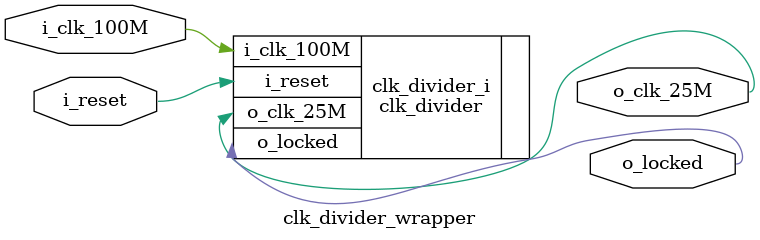
<source format=v>
`timescale 1 ps / 1 ps

module clk_divider_wrapper
   (i_clk_100M,
    i_reset,
    o_clk_25M,
    o_locked);
  input i_clk_100M;
  input i_reset;
  output o_clk_25M;
  output o_locked;

  wire i_clk_100M;
  wire i_reset;
  wire o_clk_25M;
  wire o_locked;

  clk_divider clk_divider_i
       (.i_clk_100M(i_clk_100M),
        .i_reset(i_reset),
        .o_clk_25M(o_clk_25M),
        .o_locked(o_locked));
endmodule

</source>
